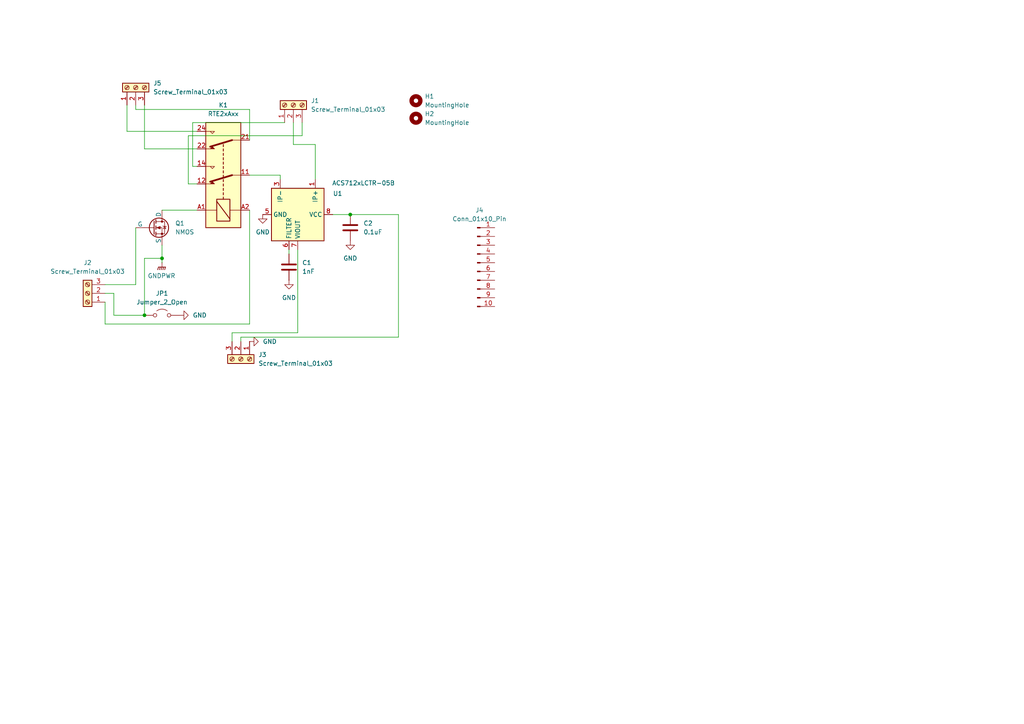
<source format=kicad_sch>
(kicad_sch (version 20250114) (generator "eeschema") (generator_version "9.0")
  (paper "A4")
  (lib_symbols
    (symbol "Connector:Conn_01x10_Pin" (pin_names (offset 1.016) (hide yes))
      (property "Reference" "J" (at 0 12.7 0))
      (property "Value" "Conn_01x10_Pin" (at 0 -15.24 0))
      (symbol "Conn_01x10_Pin_1_1"
        (rectangle (start 0.8636 10.287) (end 0 10.033) (stroke (width 0.1524)) (fill (type outline)))
        (rectangle (start 0.8636 7.747) (end 0 7.493) (stroke (width 0.1524)) (fill (type outline)))
        (rectangle (start 0.8636 5.207) (end 0 4.953) (stroke (width 0.1524)) (fill (type outline)))
        (rectangle (start 0.8636 2.667) (end 0 2.413) (stroke (width 0.1524)) (fill (type outline)))
        (rectangle (start 0.8636 0.127) (end 0 -0.127) (stroke (width 0.1524)) (fill (type outline)))
        (rectangle (start 0.8636 -2.413) (end 0 -2.667) (stroke (width 0.1524)) (fill (type outline)))
        (rectangle (start 0.8636 -4.953) (end 0 -5.207) (stroke (width 0.1524)) (fill (type outline)))
        (rectangle (start 0.8636 -7.493) (end 0 -7.747) (stroke (width 0.1524)) (fill (type outline)))
        (rectangle (start 0.8636 -10.033) (end 0 -10.287) (stroke (width 0.1524)) (fill (type outline)))
        (rectangle (start 0.8636 -12.573) (end 0 -12.827) (stroke (width 0.1524)) (fill (type outline)))
        (polyline (pts (xy 1.27 10.16) (xy 0.8636 10.16)) (stroke (width 0.1524)))
        (polyline (pts (xy 1.27 7.62) (xy 0.8636 7.62)) (stroke (width 0.1524)))
        (polyline (pts (xy 1.27 5.08) (xy 0.8636 5.08)) (stroke (width 0.1524)))
        (polyline (pts (xy 1.27 2.54) (xy 0.8636 2.54)) (stroke (width 0.1524)))
        (polyline (pts (xy 1.27 0) (xy 0.8636 0)) (stroke (width 0.1524)))
        (polyline (pts (xy 1.27 -2.54) (xy 0.8636 -2.54)) (stroke (width 0.1524)))
        (polyline (pts (xy 1.27 -5.08) (xy 0.8636 -5.08)) (stroke (width 0.1524)))
        (polyline (pts (xy 1.27 -7.62) (xy 0.8636 -7.62)) (stroke (width 0.1524)))
        (polyline (pts (xy 1.27 -10.16) (xy 0.8636 -10.16)) (stroke (width 0.1524)))
        (polyline (pts (xy 1.27 -12.7) (xy 0.8636 -12.7)) (stroke (width 0.1524)))
        (pin passive line (at 5.08 10.16 180) (length 3.81) (name "Pin_1") (number "1"))
        (pin passive line (at 5.08 7.62 180) (length 3.81) (name "Pin_2") (number "2"))
        (pin passive line (at 5.08 5.08 180) (length 3.81) (name "Pin_3") (number "3"))
        (pin passive line (at 5.08 2.54 180) (length 3.81) (name "Pin_4") (number "4"))
        (pin passive line (at 5.08 0 180) (length 3.81) (name "Pin_5") (number "5"))
        (pin passive line (at 5.08 -2.54 180) (length 3.81) (name "Pin_6") (number "6"))
        (pin passive line (at 5.08 -5.08 180) (length 3.81) (name "Pin_7") (number "7"))
        (pin passive line (at 5.08 -7.62 180) (length 3.81) (name "Pin_8") (number "8"))
        (pin passive line (at 5.08 -10.16 180) (length 3.81) (name "Pin_9") (number "9"))
        (pin passive line (at 5.08 -12.7 180) (length 3.81) (name "Pin_10") (number "10"))
      )
    )
    (symbol "Connector:Screw_Terminal_01x03" (pin_names (offset 1.016) (hide yes))
      (property "Reference" "J" (at 0 5.08 0))
      (property "Value" "Screw_Terminal_01x03" (at 0 -5.08 0))
      (symbol "Screw_Terminal_01x03_1_1"
        (rectangle (start -1.27 3.81) (end 1.27 -3.81) (stroke (width 0.254)) (fill (type background)))
        (polyline (pts (xy -0.5334 2.8702) (xy 0.3302 2.032)) (stroke (width 0.1524)))
        (polyline (pts (xy -0.5334 0.3302) (xy 0.3302 -0.508)) (stroke (width 0.1524)))
        (polyline (pts (xy -0.5334 -2.2098) (xy 0.3302 -3.048)) (stroke (width 0.1524)))
        (polyline (pts (xy -0.3556 3.048) (xy 0.508 2.2098)) (stroke (width 0.1524)))
        (polyline (pts (xy -0.3556 0.508) (xy 0.508 -0.3302)) (stroke (width 0.1524)))
        (polyline (pts (xy -0.3556 -2.032) (xy 0.508 -2.8702)) (stroke (width 0.1524)))
        (circle (center 0 2.54) (radius 0.635) (stroke (width 0.1524)))
        (circle (center 0 0) (radius 0.635) (stroke (width 0.1524)))
        (circle (center 0 -2.54) (radius 0.635) (stroke (width 0.1524)))
        (pin passive line (at -5.08 2.54 0) (length 3.81) (name "Pin_1") (number "1"))
        (pin passive line (at -5.08 0 0) (length 3.81) (name "Pin_2") (number "2"))
        (pin passive line (at -5.08 -2.54 0) (length 3.81) (name "Pin_3") (number "3"))
      )
    )
    (symbol "Device:C" (pin_numbers (hide yes)) (pin_names (offset 0.254))
      (property "Reference" "C" (at 0.635 2.54 0))
      (property "Value" "C" (at 0.635 -2.54 0))
      (symbol "C_0_1"
        (polyline (pts (xy -2.032 0.762) (xy 2.032 0.762)) (stroke (width 0.508)))
        (polyline (pts (xy -2.032 -0.762) (xy 2.032 -0.762)) (stroke (width 0.508)))
      )
      (symbol "C_1_1"
        (pin passive line (at 0 3.81 270) (length 2.794) (name "~") (number "1"))
        (pin passive line (at 0 -3.81 90) (length 2.794) (name "~") (number "2"))
      )
    )
    (symbol "Jumper:Jumper_2_Open" (pin_numbers (hide yes)) (pin_names (offset 0) (hide yes))
      (property "Reference" "JP" (at 0 2.794 0))
      (property "Value" "Jumper_2_Open" (at 0 -2.286 0))
      (symbol "Jumper_2_Open_0_0"
        (circle (center -2.032 0) (radius 0.508))
        (circle (center 2.032 0) (radius 0.508))
      )
      (symbol "Jumper_2_Open_0_1"
        (arc (start -1.524 1.27) (mid 0 1.778) (end 1.524 1.27))
      )
      (symbol "Jumper_2_Open_1_1"
        (pin passive line (at -5.08 0 0) (length 2.54) (name "A") (number "1"))
        (pin passive line (at 5.08 0 180) (length 2.54) (name "B") (number "2"))
      )
    )
    (symbol "Mechanical:MountingHole" (pin_names (offset 1.016)) (in_bom no)
      (property "Reference" "H" (at 0 5.08 0))
      (property "Value" "MountingHole" (at 0 3.175 0))
      (symbol "MountingHole_0_1"
        (circle (center 0 0) (radius 1.27) (stroke (width 1.27)))
      )
    )
    (symbol "Relay:RTE2xAxx"
      (property "Reference" "K" (at 16.51 3.81 0))
      (property "Value" "RTE2xAxx" (at 16.51 1.27 0))
      (symbol "RTE2xAxx_0_0"
        (polyline (pts (xy -7.62 1.905) (xy -12.7 -1.905)) (stroke (width 0.254)))
      )
      (symbol "RTE2xAxx_0_1"
        (rectangle (start -15.24 5.08) (end 15.24 -5.08) (stroke (width 0.254)) (fill (type background)))
        (rectangle (start -13.335 1.905) (end -6.985 -1.905) (stroke (width 0.254)))
        (polyline (pts (xy -10.16 5.08) (xy -10.16 1.905)))
        (polyline (pts (xy -10.16 -5.08) (xy -10.16 -1.905)))
        (polyline (pts (xy -6.985 0) (xy -6.35 0)) (stroke (width 0.254)))
        (polyline (pts (xy -5.715 0) (xy -5.08 0)) (stroke (width 0.254)))
        (polyline (pts (xy -4.445 0) (xy -3.81 0)) (stroke (width 0.254)))
        (polyline (pts (xy -3.175 0) (xy -2.54 0)) (stroke (width 0.254)))
        (polyline (pts (xy -2.54 5.08) (xy -2.54 2.54) (xy -1.905 3.175) (xy -2.54 3.81)) (fill (type outline)))
        (polyline (pts (xy -1.905 0) (xy -1.27 0)) (stroke (width 0.254)))
        (polyline (pts (xy -0.635 0) (xy 0 0)) (stroke (width 0.254)))
        (polyline (pts (xy 0 -2.54) (xy -1.905 3.81)) (stroke (width 0.508)))
        (polyline (pts (xy 0 -2.54) (xy 0 -5.08)))
        (polyline (pts (xy 0.635 0) (xy 1.27 0)) (stroke (width 0.254)))
        (polyline (pts (xy 1.905 0) (xy 2.54 0)) (stroke (width 0.254)))
        (polyline (pts (xy 2.54 5.08) (xy 2.54 2.54) (xy 1.905 3.175) (xy 2.54 3.81)))
        (polyline (pts (xy 3.175 0) (xy 3.81 0)) (stroke (width 0.254)))
        (polyline (pts (xy 4.445 0) (xy 5.08 0)) (stroke (width 0.254)))
        (polyline (pts (xy 5.715 0) (xy 6.35 0)) (stroke (width 0.254)))
        (polyline (pts (xy 6.985 0) (xy 7.62 0)) (stroke (width 0.254)))
        (polyline (pts (xy 7.62 5.08) (xy 7.62 2.54) (xy 8.255 3.175) (xy 7.62 3.81)) (fill (type outline)))
        (polyline (pts (xy 8.255 0) (xy 8.89 0)) (stroke (width 0.254)))
        (polyline (pts (xy 10.16 -2.54) (xy 8.255 3.81)) (stroke (width 0.508)))
        (polyline (pts (xy 10.16 -2.54) (xy 10.16 -5.08)))
        (polyline (pts (xy 12.7 5.08) (xy 12.7 2.54) (xy 12.065 3.175) (xy 12.7 3.81)))
      )
      (symbol "RTE2xAxx_1_1"
        (pin passive line (at -10.16 7.62 270) (length 2.54) (name "~") (number "A1"))
        (pin passive line (at -10.16 -7.62 90) (length 2.54) (name "~") (number "A2"))
        (pin passive line (at -2.54 7.62 270) (length 2.54) (name "~") (number "12"))
        (pin passive line (at 0 -7.62 90) (length 2.54) (name "~") (number "11"))
        (pin passive line (at 2.54 7.62 270) (length 2.54) (name "~") (number "14"))
        (pin passive line (at 7.62 7.62 270) (length 2.54) (name "~") (number "22"))
        (pin passive line (at 10.16 -7.62 90) (length 2.54) (name "~") (number "21"))
        (pin passive line (at 12.7 7.62 270) (length 2.54) (name "~") (number "24"))
      )
    )
    (symbol "Sensor_Current:ACS712xLCTR-05B"
      (property "Reference" "U" (at 2.54 11.43 0))
      (property "Value" "ACS712xLCTR-05B" (at 2.54 8.89 0))
      (symbol "ACS712xLCTR-05B_0_1"
        (rectangle (start -7.62 7.62) (end 7.62 -7.62) (stroke (width 0.254)) (fill (type background)))
      )
      (symbol "ACS712xLCTR-05B_1_1"
        (pin passive line (at -10.16 5.08 0) (length 2.54) (name "IP+") (number "1"))
        (pin passive line (at -10.16 5.08 0) (length 2.54) (hide yes) (name "IP+") (number "2"))
        (pin passive line (at -10.16 -5.08 0) (length 2.54) (name "IP-") (number "3"))
        (pin passive line (at -10.16 -5.08 0) (length 2.54) (hide yes) (name "IP-") (number "4"))
        (pin power_in line (at 0 10.16 270) (length 2.54) (name "VCC") (number "8"))
        (pin power_in line (at 0 -10.16 90) (length 2.54) (name "GND") (number "5"))
        (pin output line (at 10.16 0 180) (length 2.54) (name "VIOUT") (number "7"))
        (pin passive line (at 10.16 -2.54 180) (length 2.54) (name "FILTER") (number "6"))
      )
    )
    (symbol "Simulation_SPICE:NMOS" (pin_numbers (hide yes)) (pin_names (offset 0))
      (property "Reference" "Q1" (at 6.35 1.2701 0))
      (property "Value" "NMOS" (at 6.35 -1.2699 0))
      (symbol "NMOS_0_1"
        (polyline (pts (xy 0.254 1.905) (xy 0.254 -1.905)) (stroke (width 0.254)))
        (polyline (pts (xy 0.254 0) (xy -2.54 0)))
        (polyline (pts (xy 0.762 2.286) (xy 0.762 1.27)) (stroke (width 0.254)))
        (polyline (pts (xy 0.762 0.508) (xy 0.762 -0.508)) (stroke (width 0.254)))
        (polyline (pts (xy 0.762 -1.27) (xy 0.762 -2.286)) (stroke (width 0.254)))
        (polyline (pts (xy 0.762 -1.778) (xy 3.302 -1.778) (xy 3.302 1.778) (xy 0.762 1.778)))
        (polyline (pts (xy 1.016 0) (xy 2.032 0.381) (xy 2.032 -0.381) (xy 1.016 0)) (fill (type outline)))
        (circle (center 1.651 0) (radius 2.794) (stroke (width 0.254)))
        (polyline (pts (xy 2.54 2.54) (xy 2.54 1.778)))
        (circle (center 2.54 1.778) (radius 0.254) (fill (type outline)))
        (circle (center 2.54 -1.778) (radius 0.254) (fill (type outline)))
        (polyline (pts (xy 2.54 -2.54) (xy 2.54 0) (xy 0.762 0)))
        (polyline (pts (xy 2.794 0.508) (xy 2.921 0.381) (xy 3.683 0.381) (xy 3.81 0.254)))
        (polyline (pts (xy 3.302 0.381) (xy 2.921 -0.254) (xy 3.683 -0.254) (xy 3.302 0.381)))
      )
      (symbol "NMOS_1_1"
        (pin input line (at -5.08 0 0) (length 2.54) (name "G") (number "1"))
        (pin passive line (at 2.54 5.08 270) (length 2.54) (name "D") (number "3"))
        (pin passive line (at 2.54 -5.08 90) (length 2.54) (name "S") (number "2"))
      )
    )
    (symbol "power:GND" (power) (pin_numbers (hide yes)) (pin_names (offset 0) (hide yes))
      (property "Value" "GND" (at 0 -3.81 0))
      (symbol "GND_0_1"
        (polyline (pts (xy 0 0) (xy 0 -1.27) (xy 1.27 -1.27) (xy 0 -2.54) (xy -1.27 -1.27) (xy 0 -1.27)))
      )
      (symbol "GND_1_1"
        (pin power_in line (at 0 0 270) (length 0) (name "~") (number "1"))
      )
    )
    (symbol "power:GNDPWR" (power) (pin_numbers (hide yes)) (pin_names (offset 0) (hide yes))
      (property "Value" "GNDPWR" (at 0 -3.302 0))
      (symbol "GNDPWR_0_1"
        (polyline (pts (xy -1.016 -1.27) (xy -1.27 -2.032) (xy -1.27 -2.032)) (stroke (width 0.2032)))
        (polyline (pts (xy -0.508 -1.27) (xy -0.762 -2.032) (xy -0.762 -2.032)) (stroke (width 0.2032)))
        (polyline (pts (xy 0 -1.27) (xy 0 0)))
        (polyline (pts (xy 0 -1.27) (xy -0.254 -2.032) (xy -0.254 -2.032)) (stroke (width 0.2032)))
        (polyline (pts (xy 0.508 -1.27) (xy 0.254 -2.032) (xy 0.254 -2.032)) (stroke (width 0.2032)))
        (polyline (pts (xy 1.016 -1.27) (xy -1.016 -1.27) (xy -1.016 -1.27)) (stroke (width 0.2032)))
        (polyline (pts (xy 1.016 -1.27) (xy 0.762 -2.032) (xy 0.762 -2.032) (xy 0.762 -2.032)) (stroke (width 0.2032)))
      )
      (symbol "GNDPWR_1_1"
        (pin power_in line (at 0 0 270) (length 0) (name "~") (number "1"))
      )
    )
  )
  (junction (at 101.6 62.23))
  (junction (at 46.99 74.93))
  (junction (at 41.91 91.44))
  (wire (pts (xy 36.83 38.1) (xy 57.15 38.1)))
  (wire (pts (xy 30.48 93.98) (xy 72.39 93.98)))
  (wire (pts (xy 69.85 97.79) (xy 115.57 97.79)))
  (wire (pts (xy 91.44 41.91) (xy 91.44 52.07)))
  (wire (pts (xy 72.39 60.96) (xy 72.39 93.98)))
  (wire (pts (xy 83.82 72.39) (xy 83.82 73.66)))
  (wire (pts (xy 85.09 35.56) (xy 85.09 41.91)))
  (wire (pts (xy 36.83 38.1) (xy 36.83 30.48)))
  (wire (pts (xy 115.57 62.23) (xy 115.57 97.79)))
  (wire (pts (xy 67.31 99.06) (xy 67.31 96.52)))
  (wire (pts (xy 85.09 41.91) (xy 91.44 41.91)))
  (wire (pts (xy 39.37 31.75) (xy 39.37 30.48)))
  (wire (pts (xy 46.99 71.12) (xy 46.99 74.93)))
  (wire (pts (xy 33.02 91.44) (xy 33.02 85.09)))
  (wire (pts (xy 30.48 93.98) (xy 30.48 87.63)))
  (wire (pts (xy 81.28 50.8) (xy 81.28 52.07)))
  (wire (pts (xy 33.02 85.09) (xy 30.48 85.09)))
  (wire (pts (xy 86.36 72.39) (xy 86.36 96.52)))
  (wire (pts (xy 41.91 74.93) (xy 41.91 91.44)))
  (wire (pts (xy 55.88 48.26) (xy 57.15 48.26)))
  (wire (pts (xy 41.91 30.48) (xy 41.91 43.18)))
  (wire (pts (xy 41.91 91.44) (xy 33.02 91.44)))
  (wire (pts (xy 67.31 96.52) (xy 86.36 96.52)))
  (wire (pts (xy 101.6 62.23) (xy 115.57 62.23)))
  (wire (pts (xy 46.99 74.93) (xy 41.91 74.93)))
  (wire (pts (xy 46.99 74.93) (xy 46.99 76.2)))
  (wire (pts (xy 55.88 35.56) (xy 82.55 35.56)))
  (wire (pts (xy 54.61 53.34) (xy 54.61 39.37)))
  (wire (pts (xy 39.37 82.55) (xy 30.48 82.55)))
  (wire (pts (xy 55.88 35.56) (xy 55.88 48.26)))
  (wire (pts (xy 54.61 39.37) (xy 87.63 39.37)))
  (wire (pts (xy 81.28 50.8) (xy 72.39 50.8)))
  (wire (pts (xy 87.63 39.37) (xy 87.63 35.56)))
  (wire (pts (xy 46.99 60.96) (xy 57.15 60.96)))
  (wire (pts (xy 72.39 40.64) (xy 72.39 31.75)))
  (wire (pts (xy 41.91 43.18) (xy 57.15 43.18)))
  (wire (pts (xy 72.39 31.75) (xy 39.37 31.75)))
  (wire (pts (xy 69.85 99.06) (xy 69.85 97.79)))
  (wire (pts (xy 39.37 66.04) (xy 39.37 82.55)))
  (wire (pts (xy 57.15 53.34) (xy 54.61 53.34)))
  (wire (pts (xy 101.6 62.23) (xy 96.52 62.23)))
  (symbol (lib_id "Connector:Screw_Terminal_01x03") (at 69.85 104.14 270) (unit 1)
    (property "Reference" "J3" (at 74.93 102.8699 90) (effects (justify left)))
    (property "Value" "Screw_Terminal_01x03" (at 74.93 105.4099 90) (effects (justify left)))
    (property "Footprint" "Connector_PinSocket_2.54mm:PinSocket_1x03_P2.54mm_Vertical" (effects (hide yes)))
    (property "Description" "Generic screw terminal, single row, 01x03, script generated (kicad-library-utils/schlib/autogen/connector/)" (effects (hide yes)))
  )
  (symbol (lib_id "power:GND") (at 76.2 62.23 0) (unit 1)
    (property "Reference" "#PWR02" (effects (hide yes)))
    (property "Value" "GND" (at 76.2 67.31 0))
    (property "Description" "Power symbol creates a global label with name \"GND\" , ground" (effects (hide yes)))
  )
  (symbol (lib_id "Sensor_Current:ACS712xLCTR-05B") (at 86.36 62.23 270) (unit 1)
    (property "Reference" "U1" (at 99.314 56.134 90) (effects (justify right)))
    (property "Value" "ACS712xLCTR-05B" (at 114.554 53.086 90) (effects (justify right)))
    (property "Footprint" "Package_SO:SOIC-8_3.9x4.9mm_P1.27mm" (effects (hide yes)))
    (property "Datasheet" "http://www.allegromicro.com/~/media/Files/Datasheets/ACS712-Datasheet.ashx?la=en" (effects (hide yes)))
    (property "Description" "±5A Bidirectional Hall-Effect Current Sensor, +5.0V supply, 185mV/A, SOIC-8" (effects (hide yes)))
  )
  (symbol (lib_id "power:GND") (at 83.82 81.28 0) (unit 1)
    (property "Reference" "#PWR03" (effects (hide yes)))
    (property "Value" "GND" (at 83.82 86.36 0))
    (property "Description" "Power symbol creates a global label with name \"GND\" , ground" (effects (hide yes)))
  )
  (symbol (lib_id "power:GNDPWR") (at 46.99 76.2 0) (unit 1)
    (property "Reference" "#PWR01" (effects (hide yes)))
    (property "Value" "GNDPWR" (at 46.863 80.01 0))
    (property "Description" "Power symbol creates a global label with name \"GNDPWR\" , global ground" (effects (hide yes)))
  )
  (symbol (lib_id "Device:C") (at 83.82 77.47 0) (unit 1)
    (property "Reference" "C1" (at 87.63 76.1999 0) (effects (justify left)))
    (property "Value" "1nF" (at 87.63 78.7399 0) (effects (justify left)))
    (property "Footprint" "Capacitor_SMD:C_0805_2012Metric_Pad1.18x1.45mm_HandSolder" (effects (hide yes)))
    (property "Description" "Unpolarized capacitor" (effects (hide yes)))
  )
  (symbol (lib_id "Relay:RTE2xAxx") (at 64.77 50.8 90) (unit 1)
    (property "Reference" "K1" (at 64.77 30.48 90))
    (property "Value" "RTE2xAxx" (at 64.77 33.02 90))
    (property "Footprint" "Relay_THT:Relay_DPDT_Schrack-RT2-FormC_RM5mm" (effects (hide yes)))
    (property "Datasheet" "http://www.te.com/commerce/DocumentDelivery/DDEController?Action=showdoc&DocId=Data+Sheet%7FRT2_bistable%7F1116%7Fpdf%7FEnglish%7FENG_DS_RT2_bistable_1116.pdf%7F1-1415537-8" (effects (hide yes)))
    (property "Description" "Schrack RT2 relay, bistable dual pole dual throw, single DC coil" (effects (hide yes)))
  )
  (symbol (lib_id "Connector:Conn_01x10_Pin") (at 138.43 76.2 0) (unit 1)
    (property "Reference" "J4" (at 139.065 60.96 0))
    (property "Value" "Conn_01x10_Pin" (at 139.065 63.5 0))
    (property "Footprint" "Connector_PinHeader_2.54mm:PinHeader_1x20_P2.54mm_Vertical" (effects (hide yes)))
    (property "Description" "Generic connector, single row, 01x10, script generated" (effects (hide yes)))
  )
  (symbol (lib_id "Device:C") (at 101.6 66.04 0) (unit 1)
    (property "Reference" "C2" (at 105.41 64.7699 0) (effects (justify left)))
    (property "Value" "0.1uF" (at 105.41 67.3099 0) (effects (justify left)))
    (property "Footprint" "Capacitor_SMD:C_0805_2012Metric_Pad1.18x1.45mm_HandSolder" (effects (hide yes)))
    (property "Description" "Unpolarized capacitor" (effects (hide yes)))
  )
  (symbol (lib_id "Jumper:Jumper_2_Open") (at 46.99 91.44 0) (unit 1)
    (property "Reference" "JP1" (at 46.99 85.09 0))
    (property "Value" "Jumper_2_Open" (at 46.99 87.63 0))
    (property "Footprint" "Connector_PinHeader_2.54mm:PinHeader_1x02_P2.54mm_Vertical" (effects (hide yes)))
    (property "Description" "Jumper, 2-pole, open" (effects (hide yes)))
  )
  (symbol (lib_id "power:GND") (at 52.07 91.44 90) (unit 1)
    (property "Reference" "#PWR06" (effects (hide yes)))
    (property "Value" "GND" (at 55.88 91.4399 90) (effects (justify right)))
    (property "Description" "Power symbol creates a global label with name \"GND\" , ground" (effects (hide yes)))
  )
  (symbol (lib_id "Connector:Screw_Terminal_01x03") (at 85.09 30.48 90) (unit 1)
    (property "Reference" "J1" (at 90.17 29.2099 90) (effects (justify right)))
    (property "Value" "Screw_Terminal_01x03" (at 90.17 31.7499 90) (effects (justify right)))
    (property "Footprint" "TerminalBlock_CUI:TerminalBlock_CUI_TB007-508-03_1x03_P5.08mm_Horizontal" (effects (hide yes)))
    (property "Description" "Generic screw terminal, single row, 01x03, script generated (kicad-library-utils/schlib/autogen/connector/)" (effects (hide yes)))
  )
  (symbol (lib_id "power:GND") (at 72.39 99.06 90) (unit 1)
    (property "Reference" "#PWR05" (effects (hide yes)))
    (property "Value" "GND" (at 76.2 99.0599 90) (effects (justify right)))
    (property "Description" "Power symbol creates a global label with name \"GND\" , ground" (effects (hide yes)))
  )
  (symbol (lib_id "Connector:Screw_Terminal_01x03") (at 25.4 85.09 180) (unit 1)
    (property "Reference" "J2" (at 25.4 76.2 0))
    (property "Value" "Screw_Terminal_01x03" (at 25.4 78.74 0))
    (property "Footprint" "Connector_PinSocket_2.54mm:PinSocket_1x03_P2.54mm_Vertical" (effects (hide yes)))
    (property "Description" "Generic screw terminal, single row, 01x03, script generated (kicad-library-utils/schlib/autogen/connector/)" (effects (hide yes)))
  )
  (symbol (lib_id "Connector:Screw_Terminal_01x03") (at 39.37 25.4 90) (unit 1)
    (property "Reference" "J5" (at 44.45 24.1299 90) (effects (justify right)))
    (property "Value" "Screw_Terminal_01x03" (at 44.45 26.6699 90) (effects (justify right)))
    (property "Footprint" "TerminalBlock_CUI:TerminalBlock_CUI_TB007-508-03_1x03_P5.08mm_Horizontal" (effects (hide yes)))
    (property "Description" "Generic screw terminal, single row, 01x03, script generated (kicad-library-utils/schlib/autogen/connector/)" (effects (hide yes)))
  )
  (symbol (lib_id "power:GND") (at 101.6 69.85 0) (unit 1)
    (property "Reference" "#PWR04" (effects (hide yes)))
    (property "Value" "GND" (at 101.6 74.93 0))
    (property "Description" "Power symbol creates a global label with name \"GND\" , ground" (effects (hide yes)))
  )
  (symbol (lib_id "Simulation_SPICE:NMOS") (at 44.45 66.04 0) (unit 1)
    (property "Reference" "Q1" (at 50.8 64.7699 0) (effects (justify left)))
    (property "Value" "NMOS" (at 50.8 67.3099 0) (effects (justify left)))
    (property "Footprint" "Package_TO_SOT_SMD:SOT-23-3" (effects (hide yes)))
    (property "Datasheet" "https://ngspice.sourceforge.io/docs/ngspice-html-manual/manual.xhtml#cha_MOSFETs" (effects (hide yes)))
    (property "Description" "N-MOSFET transistor, drain/source/gate" (effects (hide yes)))
    (property "Sim.Device" "NMOS" (effects (hide yes)))
    (property "Sim.Type" "VDMOS" (effects (hide yes)))
    (property "Sim.Pins" "1=D 2=G 3=S" (effects (hide yes)))
  )
  (symbol (lib_id "Mechanical:MountingHole") (at 120.65 34.29 0) (unit 1) (in_bom no)
    (property "Reference" "H2" (at 123.19 33.0199 0) (effects (justify left)))
    (property "Value" "MountingHole" (at 123.19 35.5599 0) (effects (justify left)))
    (property "Footprint" "MountingHole:MountingHole_3.2mm_M3_DIN965_Pad_TopBottom" (effects (hide yes)))
    (property "Description" "Mounting Hole without connection" (effects (hide yes)))
  )
  (symbol (lib_id "Mechanical:MountingHole") (at 120.65 29.21 0) (unit 1) (in_bom no)
    (property "Reference" "H1" (at 123.19 27.9399 0) (effects (justify left)))
    (property "Value" "MountingHole" (at 123.19 30.4799 0) (effects (justify left)))
    (property "Footprint" "MountingHole:MountingHole_3.2mm_M3_DIN965_Pad_TopBottom" (effects (hide yes)))
    (property "Description" "Mounting Hole without connection" (effects (hide yes)))
  )
)
</source>
